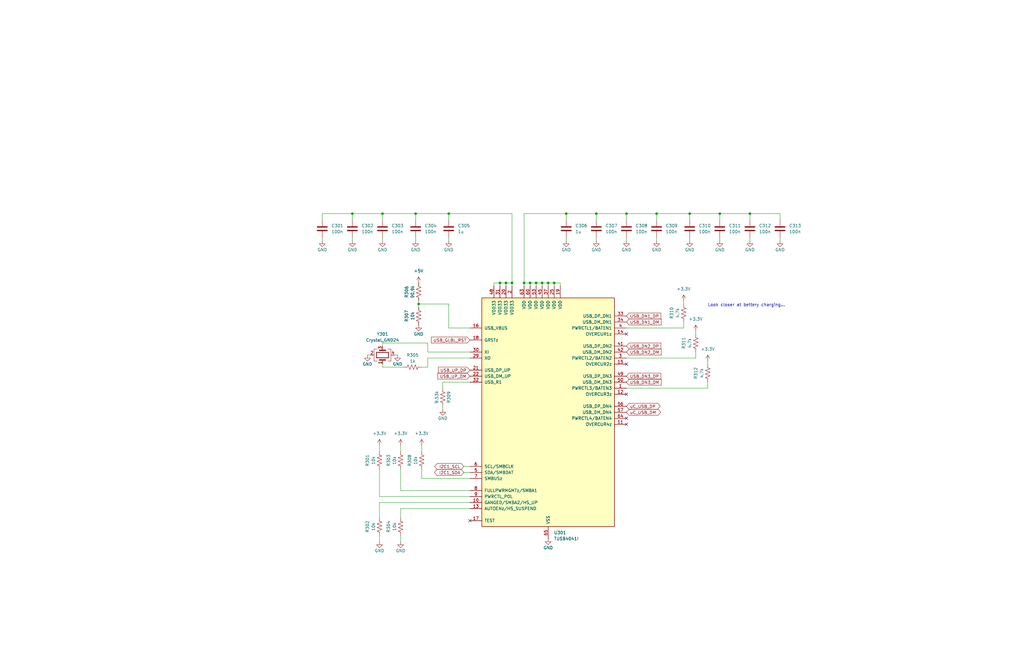
<source format=kicad_sch>
(kicad_sch (version 20230121) (generator eeschema)
  (paper "USLedger")
  (title_block (title "ErgoDUE") (date "2024-01-15") (rev "V0.1") (company "Alessandro Rizzoni") (comment 1 "SCHEMATIC") (comment 2 "DRAFT") (comment 3 "AIR"))
  (lib_symbols
    (symbol "Device:C" (pin_numbers hide) (pin_names (offset 0.254))
      (property "Reference" "C" (at 0.635 2.54 0))
      (property "Value" "C" (at 0.635 -2.54 0))
      (symbol "C_0_1"
        (polyline (pts (xy -2.032 -0.762) (xy 2.032 -0.762)) (stroke (width 0.508)))
        (polyline (pts (xy -2.032 0.762) (xy 2.032 0.762)) (stroke (width 0.508)))
      )
      (symbol "C_1_1"
        (pin passive line (at 0 3.81 270) (length 2.794) (name "~") (number "1"))
        (pin passive line (at 0 -3.81 90) (length 2.794) (name "~") (number "2"))
      )
    )
    (symbol "Device:Crystal_GND24" (pin_names (offset 1.016) hide)
      (property "Reference" "Y" (at 3.175 5.08 0))
      (property "Value" "Crystal_GND24" (at 3.175 3.175 0))
      (symbol "Crystal_GND24_0_1"
        (rectangle (start -1.143 2.54) (end 1.143 -2.54) (stroke (width 0.3048)))
        (polyline (pts (xy -2.54 0) (xy -2.032 0)))
        (polyline (pts (xy -2.032 -1.27) (xy -2.032 1.27)) (stroke (width 0.508)))
        (polyline (pts (xy 0 -3.81) (xy 0 -3.556)))
        (polyline (pts (xy 0 3.556) (xy 0 3.81)))
        (polyline (pts (xy 2.032 -1.27) (xy 2.032 1.27)) (stroke (width 0.508)))
        (polyline (pts (xy 2.032 0) (xy 2.54 0)))
        (polyline (pts (xy -2.54 -2.286) (xy -2.54 -3.556) (xy 2.54 -3.556) (xy 2.54 -2.286)))
        (polyline (pts (xy -2.54 2.286) (xy -2.54 3.556) (xy 2.54 3.556) (xy 2.54 2.286)))
      )
      (symbol "Crystal_GND24_1_1"
        (pin passive line (at -3.81 0 0) (length 1.27) (name "1") (number "1"))
        (pin passive line (at 0 5.08 270) (length 1.27) (name "2") (number "2"))
        (pin passive line (at 3.81 0 180) (length 1.27) (name "3") (number "3"))
        (pin passive line (at 0 -5.08 90) (length 1.27) (name "4") (number "4"))
      )
    )
    (symbol "Device:R_US" (pin_numbers hide) (pin_names (offset 0))
      (property "Reference" "R" (at 2.54 0 90))
      (property "Value" "R_US" (at -2.54 0 90))
      (symbol "R_US_0_1"
        (polyline (pts (xy 0 -2.286) (xy 0 -2.54)))
        (polyline (pts (xy 0 2.286) (xy 0 2.54)))
        (polyline (pts (xy 0 -0.762) (xy 1.016 -1.143) (xy 0 -1.524) (xy -1.016 -1.905) (xy 0 -2.286)))
        (polyline (pts (xy 0 0.762) (xy 1.016 0.381) (xy 0 0) (xy -1.016 -0.381) (xy 0 -0.762)))
        (polyline (pts (xy 0 2.286) (xy 1.016 1.905) (xy 0 1.524) (xy -1.016 1.143) (xy 0 0.762)))
      )
      (symbol "R_US_1_1"
        (pin passive line (at 0 3.81 270) (length 1.27) (name "~") (number "1"))
        (pin passive line (at 0 -3.81 90) (length 1.27) (name "~") (number "2"))
      )
    )
    (symbol "Interface_USB:TUSB4041I" (pin_names (offset 1.016))
      (property "Reference" "U" (at 15.24 53.34 0))
      (property "Value" "TUSB4041I" (at 15.24 50.8 0))
      (symbol "TUSB4041I_0_1"
        (rectangle (start -27.94 48.26) (end 27.94 -48.26) (stroke (width 0.254)) (fill (type background)))
      )
      (symbol "TUSB4041I_1_1"
        (pin bidirectional line (at 33.02 10.16 180) (length 5.08) (name "PWRCTL3/BATEN3") (number "1"))
        (pin bidirectional line (at -33.02 -38.1 0) (length 5.08) (name "GANGED/SMBA2/HS_UP") (number "10"))
        (pin input line (at 33.02 -5.08 180) (length 5.08) (name "OVERCUR4z") (number "11"))
        (pin input line (at 33.02 7.62 180) (length 5.08) (name "OVERCUR3z") (number "12"))
        (pin bidirectional line (at -33.02 -40.64 0) (length 5.08) (name "AUTOENz/HS_SUSPEND") (number "13"))
        (pin input line (at 33.02 33.02 180) (length 5.08) (name "OVERCUR1z") (number "14"))
        (pin input line (at 33.02 20.32 180) (length 5.08) (name "OVERCUR2z") (number "15"))
        (pin input line (at -33.02 35.56 0) (length 5.08) (name "USB_VBUS") (number "16"))
        (pin input line (at -33.02 -45.72 0) (length 5.08) (name "TEST") (number "17"))
        (pin input line (at -33.02 30.48 0) (length 5.08) (name "GRSTz") (number "18"))
        (pin power_in line (at 5.08 53.34 270) (length 5.08) (name "VDD") (number "19"))
        (pin power_in line (at -15.24 53.34 270) (length 5.08) (name "VDD33") (number "2"))
        (pin power_in line (at -17.78 53.34 270) (length 5.08) (name "VDD33") (number "20"))
        (pin bidirectional line (at -33.02 17.78 0) (length 5.08) (name "USB_DP_UP") (number "21"))
        (pin bidirectional line (at -33.02 15.24 0) (length 5.08) (name "USB_DM_UP") (number "22"))
        (pin no_connect line (at 27.94 -17.78 180) (length 5.08) hide (name "RSVD") (number "23"))
        (pin no_connect line (at 27.94 -20.32 180) (length 5.08) hide (name "RSVD") (number "24"))
        (pin power_in line (at 2.54 53.34 270) (length 5.08) (name "VDD") (number "25"))
        (pin no_connect line (at 27.94 -22.86 180) (length 5.08) hide (name "RSVD") (number "26"))
        (pin no_connect line (at 27.94 -25.4 180) (length 5.08) hide (name "RSVD") (number "27"))
        (pin no_connect line (at 27.94 -43.18 180) (length 5.08) hide (name "NC") (number "28"))
        (pin output line (at -33.02 22.86 0) (length 5.08) (name "XO") (number "29"))
        (pin bidirectional line (at 33.02 22.86 180) (length 5.08) (name "PWRCTL2/BATEN2") (number "3"))
        (pin input line (at -33.02 25.4 0) (length 5.08) (name "XI") (number "30"))
        (pin power_in line (at -20.32 53.34 270) (length 5.08) (name "VDD33") (number "31"))
        (pin input line (at -33.02 12.7 0) (length 5.08) (name "USB_R1") (number "32"))
        (pin bidirectional line (at 33.02 40.64 180) (length 5.08) (name "USB_DP_DN1") (number "33"))
        (pin bidirectional line (at 33.02 38.1 180) (length 5.08) (name "USB_DM_DN1") (number "34"))
        (pin no_connect line (at 27.94 -27.94 180) (length 5.08) hide (name "RSVD") (number "35"))
        (pin no_connect line (at 27.94 -30.48 180) (length 5.08) hide (name "RSVD") (number "36"))
        (pin power_in line (at 0 53.34 270) (length 5.08) (name "VDD") (number "37"))
        (pin no_connect line (at 27.94 -33.02 180) (length 5.08) hide (name "RSVD") (number "38"))
        (pin no_connect line (at 27.94 -35.56 180) (length 5.08) hide (name "RSVD") (number "39"))
        (pin bidirectional line (at 33.02 35.56 180) (length 5.08) (name "PWRCTL1/BATEN1") (number "4"))
        (pin no_connect line (at 27.94 -45.72 180) (length 5.08) hide (name "NC") (number "40"))
        (pin bidirectional line (at 33.02 27.94 180) (length 5.08) (name "USB_DP_DN2") (number "41"))
        (pin bidirectional line (at 33.02 25.4 180) (length 5.08) (name "USB_DM_DN2") (number "42"))
        (pin no_connect line (at 27.94 -38.1 180) (length 5.08) hide (name "RSVD") (number "43"))
        (pin no_connect line (at -27.94 7.62 0) (length 5.08) hide (name "RSVD") (number "44"))
        (pin power_in line (at -2.54 53.34 270) (length 5.08) (name "VDD") (number "45"))
        (pin no_connect line (at -27.94 5.08 0) (length 5.08) hide (name "RSVD") (number "46"))
        (pin no_connect line (at -27.94 2.54 0) (length 5.08) hide (name "RSVD") (number "47"))
        (pin power_in line (at -22.86 53.34 270) (length 5.08) (name "VDD33") (number "48"))
        (pin bidirectional line (at 33.02 15.24 180) (length 5.08) (name "USB_DP_DN3") (number "49"))
        (pin bidirectional line (at -33.02 -25.4 0) (length 5.08) (name "SDA/SMBDAT") (number "5"))
        (pin bidirectional line (at 33.02 12.7 180) (length 5.08) (name "USB_DM_DN3") (number "50"))
        (pin no_connect line (at -27.94 0 0) (length 5.08) hide (name "RSVD") (number "51"))
        (pin no_connect line (at -27.94 -2.54 0) (length 5.08) hide (name "RSVD") (number "52"))
        (pin power_in line (at -5.08 53.34 270) (length 5.08) (name "VDD") (number "53"))
        (pin no_connect line (at -27.94 -5.08 0) (length 5.08) hide (name "RSVD") (number "54"))
        (pin no_connect line (at -27.94 -7.62 0) (length 5.08) hide (name "RSVD") (number "55"))
        (pin bidirectional line (at 33.02 2.54 180) (length 5.08) (name "USB_DP_DN4") (number "56"))
        (pin bidirectional line (at 33.02 0 180) (length 5.08) (name "USB_DM_DN4") (number "57"))
        (pin no_connect line (at -27.94 -10.16 0) (length 5.08) hide (name "RSVD") (number "58"))
        (pin no_connect line (at -27.94 -12.7 0) (length 5.08) hide (name "RSVD") (number "59"))
        (pin bidirectional line (at -33.02 -22.86 0) (length 5.08) (name "SCL/SMBCLK") (number "6"))
        (pin power_in line (at -7.62 53.34 270) (length 5.08) (name "VDD") (number "60"))
        (pin no_connect line (at -27.94 -15.24 0) (length 5.08) hide (name "RSVD") (number "61"))
        (pin no_connect line (at -27.94 -17.78 0) (length 5.08) hide (name "RSVD") (number "62"))
        (pin power_in line (at -10.16 53.34 270) (length 5.08) (name "VDD") (number "63"))
        (pin bidirectional line (at 33.02 -2.54 180) (length 5.08) (name "PWRCTL4/BATEN4") (number "64"))
        (pin power_in line (at 0 -53.34 90) (length 5.08) (name "VSS") (number "65"))
        (pin bidirectional line (at -33.02 -27.94 0) (length 5.08) (name "SMBUSz") (number "7"))
        (pin bidirectional line (at -33.02 -33.02 0) (length 5.08) (name "FULLPWRMGMTz/SMBA1") (number "8"))
        (pin bidirectional line (at -33.02 -35.56 0) (length 5.08) (name "PWRCTL_POL") (number "9"))
      )
    )
    (symbol "power:+3.3V" (power) (pin_names (offset 0))
      (property "Value" "+3.3V" (at 0 3.556 0))
      (symbol "+3.3V_0_1"
        (polyline (pts (xy -0.762 1.27) (xy 0 2.54)))
        (polyline (pts (xy 0 0) (xy 0 2.54)))
        (polyline (pts (xy 0 2.54) (xy 0.762 1.27)))
      )
      (symbol "+3.3V_1_1"
        (pin power_in line (at 0 0 90) (length 0) hide (name "+3.3V") (number "1"))
      )
    )
    (symbol "power:+5V" (power) (pin_names (offset 0))
      (property "Value" "+5V" (at 0 3.556 0))
      (symbol "+5V_0_1"
        (polyline (pts (xy -0.762 1.27) (xy 0 2.54)))
        (polyline (pts (xy 0 0) (xy 0 2.54)))
        (polyline (pts (xy 0 2.54) (xy 0.762 1.27)))
      )
      (symbol "+5V_1_1"
        (pin power_in line (at 0 0 90) (length 0) hide (name "+5V") (number "1"))
      )
    )
    (symbol "power:GND" (power) (pin_names (offset 0))
      (property "Value" "GND" (at 0 -3.81 0))
      (symbol "GND_0_1"
        (polyline (pts (xy 0 0) (xy 0 -1.27) (xy 1.27 -1.27) (xy 0 -2.54) (xy -1.27 -1.27) (xy 0 -1.27)))
      )
      (symbol "GND_1_1"
        (pin power_in line (at 0 0 270) (length 0) hide (name "GND") (number "1"))
      )
    )
  )
  (junction (at 316.23 90.17))
  (junction (at 276.86 90.17))
  (junction (at 213.36 119.38))
  (junction (at 251.46 90.17))
  (junction (at 226.06 119.38))
  (junction (at 148.59 90.17))
  (junction (at 220.98 119.38))
  (junction (at 233.68 119.38))
  (junction (at 175.26 90.17))
  (junction (at 228.6 119.38))
  (junction (at 231.14 119.38))
  (junction (at 290.83 90.17))
  (junction (at 176.53 128.27))
  (junction (at 189.23 90.17))
  (junction (at 264.16 90.17))
  (junction (at 215.9 119.38))
  (junction (at 223.52 119.38))
  (junction (at 210.82 119.38))
  (junction (at 161.29 90.17))
  (junction (at 238.76 90.17))
  (junction (at 303.53 90.17))
  (no_connect (at 264.16 179.07))
  (no_connect (at 264.16 153.67))
  (no_connect (at 264.16 140.97))
  (no_connect (at 264.16 166.37))
  (no_connect (at 198.12 219.71))
  (no_connect (at 264.16 176.53))
  (wire (pts (xy 238.76 92.71) (xy 238.76 90.17)))
  (wire (pts (xy 316.23 90.17) (xy 328.93 90.17)))
  (wire (pts (xy 303.53 90.17) (xy 303.53 92.71)))
  (wire (pts (xy 288.29 135.89) (xy 288.29 138.43)))
  (wire (pts (xy 148.59 90.17) (xy 161.29 90.17)))
  (wire (pts (xy 236.22 119.38) (xy 233.68 119.38)))
  (wire (pts (xy 226.06 119.38) (xy 226.06 120.65)))
  (wire (pts (xy 160.02 226.06) (xy 160.02 228.6)))
  (wire (pts (xy 328.93 90.17) (xy 328.93 92.71)))
  (wire (pts (xy 264.16 138.43) (xy 288.29 138.43)))
  (wire (pts (xy 180.34 148.59) (xy 198.12 148.59)))
  (wire (pts (xy 177.8 154.94) (xy 180.34 154.94)))
  (wire (pts (xy 161.29 144.78) (xy 161.29 146.05)))
  (wire (pts (xy 198.12 196.85) (xy 195.58 196.85)))
  (wire (pts (xy 176.53 127) (xy 176.53 128.27)))
  (wire (pts (xy 213.36 119.38) (xy 213.36 120.65)))
  (wire (pts (xy 233.68 119.38) (xy 233.68 120.65)))
  (wire (pts (xy 293.37 139.7) (xy 293.37 140.97)))
  (wire (pts (xy 161.29 90.17) (xy 161.29 92.71)))
  (wire (pts (xy 166.37 149.86) (xy 167.64 149.86)))
  (wire (pts (xy 135.89 90.17) (xy 135.89 92.71)))
  (wire (pts (xy 168.91 226.06) (xy 168.91 228.6)))
  (wire (pts (xy 186.69 161.29) (xy 198.12 161.29)))
  (wire (pts (xy 156.21 149.86) (xy 154.94 149.86)))
  (wire (pts (xy 316.23 100.33) (xy 316.23 101.6)))
  (wire (pts (xy 175.26 100.33) (xy 175.26 101.6)))
  (wire (pts (xy 186.69 161.29) (xy 186.69 163.83)))
  (wire (pts (xy 175.26 92.71) (xy 175.26 90.17)))
  (wire (pts (xy 223.52 119.38) (xy 220.98 119.38)))
  (wire (pts (xy 210.82 119.38) (xy 208.28 119.38)))
  (wire (pts (xy 189.23 90.17) (xy 215.9 90.17)))
  (wire (pts (xy 180.34 151.13) (xy 198.12 151.13)))
  (wire (pts (xy 176.53 128.27) (xy 176.53 129.54)))
  (wire (pts (xy 264.16 151.13) (xy 293.37 151.13)))
  (wire (pts (xy 189.23 92.71) (xy 189.23 90.17)))
  (wire (pts (xy 161.29 100.33) (xy 161.29 101.6)))
  (wire (pts (xy 148.59 100.33) (xy 148.59 101.6)))
  (wire (pts (xy 236.22 119.38) (xy 236.22 120.65)))
  (wire (pts (xy 160.02 187.96) (xy 160.02 190.5)))
  (wire (pts (xy 198.12 199.39) (xy 195.58 199.39)))
  (wire (pts (xy 168.91 207.01) (xy 198.12 207.01)))
  (wire (pts (xy 168.91 198.12) (xy 168.91 207.01)))
  (wire (pts (xy 208.28 119.38) (xy 208.28 120.65)))
  (wire (pts (xy 226.06 119.38) (xy 223.52 119.38)))
  (wire (pts (xy 148.59 90.17) (xy 148.59 92.71)))
  (wire (pts (xy 135.89 90.17) (xy 148.59 90.17)))
  (wire (pts (xy 276.86 90.17) (xy 290.83 90.17)))
  (wire (pts (xy 160.02 212.09) (xy 160.02 218.44)))
  (wire (pts (xy 328.93 100.33) (xy 328.93 101.6)))
  (wire (pts (xy 189.23 128.27) (xy 189.23 138.43)))
  (wire (pts (xy 264.16 90.17) (xy 276.86 90.17)))
  (wire (pts (xy 189.23 138.43) (xy 198.12 138.43)))
  (wire (pts (xy 293.37 148.59) (xy 293.37 151.13)))
  (wire (pts (xy 198.12 201.93) (xy 177.8 201.93)))
  (wire (pts (xy 180.34 154.94) (xy 180.34 151.13)))
  (wire (pts (xy 251.46 100.33) (xy 251.46 101.6)))
  (wire (pts (xy 215.9 119.38) (xy 213.36 119.38)))
  (wire (pts (xy 264.16 100.33) (xy 264.16 101.6)))
  (wire (pts (xy 198.12 212.09) (xy 160.02 212.09)))
  (wire (pts (xy 220.98 119.38) (xy 220.98 120.65)))
  (wire (pts (xy 161.29 154.94) (xy 170.18 154.94)))
  (wire (pts (xy 231.14 119.38) (xy 228.6 119.38)))
  (wire (pts (xy 264.16 90.17) (xy 264.16 92.71)))
  (wire (pts (xy 213.36 119.38) (xy 210.82 119.38)))
  (wire (pts (xy 276.86 100.33) (xy 276.86 101.6)))
  (wire (pts (xy 298.45 161.29) (xy 298.45 163.83)))
  (wire (pts (xy 276.86 90.17) (xy 276.86 92.71)))
  (wire (pts (xy 180.34 144.78) (xy 180.34 148.59)))
  (wire (pts (xy 220.98 119.38) (xy 220.98 90.17)))
  (wire (pts (xy 215.9 90.17) (xy 215.9 119.38)))
  (wire (pts (xy 215.9 119.38) (xy 215.9 120.65)))
  (wire (pts (xy 176.53 128.27) (xy 189.23 128.27)))
  (wire (pts (xy 233.68 119.38) (xy 231.14 119.38)))
  (wire (pts (xy 177.8 198.12) (xy 177.8 201.93)))
  (wire (pts (xy 290.83 90.17) (xy 303.53 90.17)))
  (wire (pts (xy 238.76 100.33) (xy 238.76 101.6)))
  (wire (pts (xy 228.6 119.38) (xy 228.6 120.65)))
  (wire (pts (xy 231.14 119.38) (xy 231.14 120.65)))
  (wire (pts (xy 210.82 119.38) (xy 210.82 120.65)))
  (wire (pts (xy 177.8 187.96) (xy 177.8 190.5)))
  (wire (pts (xy 161.29 144.78) (xy 180.34 144.78)))
  (wire (pts (xy 251.46 90.17) (xy 251.46 92.71)))
  (wire (pts (xy 168.91 214.63) (xy 168.91 218.44)))
  (wire (pts (xy 168.91 187.96) (xy 168.91 190.5)))
  (wire (pts (xy 290.83 92.71) (xy 290.83 90.17)))
  (wire (pts (xy 251.46 90.17) (xy 264.16 90.17)))
  (wire (pts (xy 298.45 152.4) (xy 298.45 153.67)))
  (wire (pts (xy 161.29 153.67) (xy 161.29 154.94)))
  (wire (pts (xy 186.69 172.72) (xy 186.69 171.45)))
  (wire (pts (xy 290.83 100.33) (xy 290.83 101.6)))
  (wire (pts (xy 288.29 127) (xy 288.29 128.27)))
  (wire (pts (xy 303.53 100.33) (xy 303.53 101.6)))
  (wire (pts (xy 264.16 163.83) (xy 298.45 163.83)))
  (wire (pts (xy 161.29 90.17) (xy 175.26 90.17)))
  (wire (pts (xy 223.52 119.38) (xy 223.52 120.65)))
  (wire (pts (xy 238.76 90.17) (xy 251.46 90.17)))
  (wire (pts (xy 303.53 90.17) (xy 316.23 90.17)))
  (wire (pts (xy 198.12 209.55) (xy 160.02 209.55)))
  (wire (pts (xy 228.6 119.38) (xy 226.06 119.38)))
  (wire (pts (xy 316.23 90.17) (xy 316.23 92.71)))
  (wire (pts (xy 135.89 100.33) (xy 135.89 101.6)))
  (wire (pts (xy 220.98 90.17) (xy 238.76 90.17)))
  (wire (pts (xy 175.26 90.17) (xy 189.23 90.17)))
  (wire (pts (xy 160.02 209.55) (xy 160.02 198.12)))
  (wire (pts (xy 198.12 214.63) (xy 168.91 214.63)))
  (wire (pts (xy 189.23 100.33) (xy 189.23 101.6)))
  (text "Look closer at bettery charging..." (at 298.45 129.54 0) (effects (font (size 1.27 1.27)) (justify left bottom)))
  (global_label "USB_DN1_DM" (shape input) (at 264.16 135.89 0) (property "Intersheetrefs" "${INTERSHEET_REFS}" (effects hide)))
  (global_label "USB_GLBL_RST" (shape input) (at 198.12 143.51 180) (property "Intersheetrefs" "${INTERSHEET_REFS}" (effects hide)))
  (global_label "uC_USB_DM" (shape bidirectional) (at 264.16 173.99 0) (property "Intersheetrefs" "${INTERSHEET_REFS}" (effects hide)))
  (global_label "USB_DN1_DP" (shape input) (at 264.16 133.35 0) (property "Intersheetrefs" "${INTERSHEET_REFS}" (effects hide)))
  (global_label "USB_DN3_DP" (shape input) (at 264.16 158.75 0) (property "Intersheetrefs" "${INTERSHEET_REFS}" (effects hide)))
  (global_label "USB_UP_DM" (shape input) (at 198.12 158.75 180) (property "Intersheetrefs" "${INTERSHEET_REFS}" (effects hide)))
  (global_label "USB_DN3_DM" (shape input) (at 264.16 161.29 0) (property "Intersheetrefs" "${INTERSHEET_REFS}" (effects hide)))
  (global_label "I2C1_SDA" (shape bidirectional) (at 195.58 199.39 180) (property "Intersheetrefs" "${INTERSHEET_REFS}" (effects hide)))
  (global_label "USB_DN2_DM" (shape input) (at 264.16 148.59 0) (property "Intersheetrefs" "${INTERSHEET_REFS}" (effects hide)))
  (global_label "USB_UP_DP" (shape input) (at 198.12 156.21 180) (property "Intersheetrefs" "${INTERSHEET_REFS}" (effects hide)))
  (global_label "USB_DN2_DP" (shape input) (at 264.16 146.05 0) (property "Intersheetrefs" "${INTERSHEET_REFS}" (effects hide)))
  (global_label "uC_USB_DP" (shape bidirectional) (at 264.16 171.45 0) (property "Intersheetrefs" "${INTERSHEET_REFS}" (effects hide)))
  (global_label "I2C1_SCL" (shape bidirectional) (at 195.58 196.85 180) (property "Intersheetrefs" "${INTERSHEET_REFS}" (effects hide)))
  (symbol (lib_id "Device:C") (at 161.29 96.52 0) (unit 1)
    (property "Reference" "C303" (at 165.1 95.25 0) (effects (justify left)))
    (property "Value" "100n" (at 165.1 97.79 0) (effects (justify left)))
  )
  (symbol (lib_id "power:GND") (at 290.83 101.6 0) (unit 1)
    (property "Reference" "#PWR0324" (effects hide))
    (property "Value" "GND" (at 290.83 105.41 0))
  )
  (symbol (lib_id "power:GND") (at 160.02 228.6 0) (unit 1)
    (property "Reference" "#PWR0305" (effects hide))
    (property "Value" "GND" (at 160.02 232.41 0))
  )
  (symbol (lib_id "Device:R_US") (at 288.29 132.08 180) (unit 1)
    (property "Reference" "R310" (at 283.21 132.08 90))
    (property "Value" "4.7k" (at 285.75 132.08 90))
  )
  (symbol (lib_id "power:GND") (at 148.59 101.6 0) (unit 1)
    (property "Reference" "#PWR0302" (effects hide))
    (property "Value" "GND" (at 148.59 105.41 0))
  )
  (symbol (lib_id "power:GND") (at 303.53 101.6 0) (unit 1)
    (property "Reference" "#PWR0325" (effects hide))
    (property "Value" "GND" (at 303.53 105.41 0))
  )
  (symbol (lib_id "power:GND") (at 251.46 101.6 0) (unit 1)
    (property "Reference" "#PWR0318" (effects hide))
    (property "Value" "GND" (at 251.46 105.41 0))
  )
  (symbol (lib_id "Device:C") (at 290.83 96.52 0) (unit 1)
    (property "Reference" "C310" (at 294.64 95.25 0) (effects (justify left)))
    (property "Value" "100n" (at 294.64 97.79 0) (effects (justify left)))
  )
  (symbol (lib_id "Device:R_US") (at 298.45 157.48 180) (unit 1)
    (property "Reference" "R312" (at 293.37 157.48 90))
    (property "Value" "4.7k" (at 295.91 157.48 90))
  )
  (symbol (lib_id "Device:C") (at 316.23 96.52 0) (unit 1)
    (property "Reference" "C312" (at 320.04 95.25 0) (effects (justify left)))
    (property "Value" "100n" (at 320.04 97.79 0) (effects (justify left)))
  )
  (symbol (lib_id "Device:C") (at 264.16 96.52 0) (unit 1)
    (property "Reference" "C308" (at 267.97 95.25 0) (effects (justify left)))
    (property "Value" "100n" (at 267.97 97.79 0) (effects (justify left)))
  )
  (symbol (lib_id "power:GND") (at 167.64 149.86 0) (unit 1)
    (property "Reference" "#PWR0307" (effects hide))
    (property "Value" "GND" (at 167.64 153.67 0))
  )
  (symbol (lib_id "power:GND") (at 231.14 227.33 0) (unit 1)
    (property "Reference" "#PWR0316" (effects hide))
    (property "Value" "GND" (at 231.14 231.14 0))
  )
  (symbol (lib_id "Device:R_US") (at 160.02 222.25 180) (unit 1)
    (property "Reference" "R302" (at 154.94 222.25 90))
    (property "Value" "10k" (at 157.48 222.25 90))
  )
  (symbol (lib_id "Device:C") (at 135.89 96.52 0) (unit 1)
    (property "Reference" "C301" (at 139.7 95.25 0) (effects (justify left)))
    (property "Value" "100n" (at 139.7 97.79 0) (effects (justify left)))
  )
  (symbol (lib_id "Interface_USB:TUSB4041I") (at 231.14 173.99 0) (unit 1)
    (property "Reference" "U301" (at 233.5825 224.79 0) (effects (justify left)))
    (property "Value" "TUSB4041I" (at 233.5825 227.33 0) (effects (justify left)))
    (property "Footprint" "Package_QFP:HTQFP-64-1EP_10x10mm_P0.5mm_EP8x8mm_Mask4.4x4.4mm_ThermalVias" (effects hide))
    (property "Datasheet" "http://www.ti.com/lit/ds/symlink/tusb4041i.pdf" (effects hide))
  )
  (symbol (lib_id "power:+3.3V") (at 288.29 127 0) (unit 1)
    (property "Reference" "#PWR0321" (effects hide))
    (property "Value" "+3.3V" (at 288.29 121.92 0))
  )
  (symbol (lib_id "Device:R_US") (at 168.91 194.31 180) (unit 1)
    (property "Reference" "R303" (at 163.83 194.31 90))
    (property "Value" "10k" (at 166.37 194.31 90))
  )
  (symbol (lib_id "power:GND") (at 276.86 101.6 0) (unit 1)
    (property "Reference" "#PWR0320" (effects hide))
    (property "Value" "GND" (at 276.86 105.41 0))
  )
  (symbol (lib_id "Device:C") (at 251.46 96.52 0) (unit 1)
    (property "Reference" "C307" (at 255.27 95.25 0) (effects (justify left)))
    (property "Value" "100n" (at 255.27 97.79 0) (effects (justify left)))
  )
  (symbol (lib_id "Device:C") (at 328.93 96.52 0) (unit 1)
    (property "Reference" "C313" (at 332.74 95.25 0) (effects (justify left)))
    (property "Value" "100n" (at 332.74 97.79 0) (effects (justify left)))
  )
  (symbol (lib_id "Device:R_US") (at 186.69 167.64 180) (unit 1)
    (property "Reference" "R309" (at 189.23 167.64 90))
    (property "Value" "9.53k" (at 184.15 167.64 90))
  )
  (symbol (lib_id "Device:C") (at 303.53 96.52 0) (unit 1)
    (property "Reference" "C311" (at 307.34 95.25 0) (effects (justify left)))
    (property "Value" "100n" (at 307.34 97.79 0) (effects (justify left)))
  )
  (symbol (lib_id "power:GND") (at 168.91 228.6 0) (unit 1)
    (property "Reference" "#PWR0309" (effects hide))
    (property "Value" "GND" (at 168.91 232.41 0))
  )
  (symbol (lib_id "Device:R_US") (at 176.53 123.19 180) (unit 1)
    (property "Reference" "R306" (at 171.45 123.19 90))
    (property "Value" "90.9k" (at 173.99 123.19 90))
  )
  (symbol (lib_id "Device:C") (at 189.23 96.52 0) (unit 1)
    (property "Reference" "C305" (at 193.04 95.25 0) (effects (justify left)))
    (property "Value" "1u" (at 193.04 97.79 0) (effects (justify left)))
  )
  (symbol (lib_id "Device:R_US") (at 173.99 154.94 90) (unit 1)
    (property "Reference" "R305" (at 173.99 149.86 90))
    (property "Value" "1k" (at 173.99 152.4 90))
  )
  (symbol (lib_id "power:GND") (at 189.23 101.6 0) (unit 1)
    (property "Reference" "#PWR0315" (effects hide))
    (property "Value" "GND" (at 189.23 105.41 0))
  )
  (symbol (lib_id "Device:C") (at 238.76 96.52 0) (unit 1)
    (property "Reference" "C306" (at 242.57 95.25 0) (effects (justify left)))
    (property "Value" "1u" (at 242.57 97.79 0) (effects (justify left)))
  )
  (symbol (lib_id "Device:Crystal_GND24") (at 161.29 149.86 90) (unit 1)
    (property "Reference" "Y301" (at 161.29 140.97 90))
    (property "Value" "Crystal_GND24" (at 161.29 143.51 90))
  )
  (symbol (lib_id "power:GND") (at 176.53 137.16 0) (unit 1)
    (property "Reference" "#PWR0312" (effects hide))
    (property "Value" "GND" (at 176.53 140.97 0))
  )
  (symbol (lib_id "power:+5V") (at 176.53 119.38 0) (unit 1)
    (property "Reference" "#PWR0311" (effects hide))
    (property "Value" "+5V" (at 176.53 114.3 0))
  )
  (symbol (lib_id "power:GND") (at 154.94 149.86 0) (unit 1)
    (property "Reference" "#PWR0303" (effects hide))
    (property "Value" "GND" (at 154.94 153.67 0))
  )
  (symbol (lib_id "Device:R_US") (at 160.02 194.31 180) (unit 1)
    (property "Reference" "R301" (at 154.94 194.31 90))
    (property "Value" "10k" (at 157.48 194.31 90))
  )
  (symbol (lib_id "power:+3.3V") (at 177.8 187.96 0) (unit 1)
    (property "Reference" "#PWR0313" (effects hide))
    (property "Value" "+3.3V" (at 177.8 182.88 0))
  )
  (symbol (lib_id "Device:C") (at 148.59 96.52 0) (unit 1)
    (property "Reference" "C302" (at 152.4 95.25 0) (effects (justify left)))
    (property "Value" "100n" (at 152.4 97.79 0) (effects (justify left)))
  )
  (symbol (lib_id "power:+3.3V") (at 160.02 187.96 0) (unit 1)
    (property "Reference" "#PWR0304" (effects hide))
    (property "Value" "+3.3V" (at 160.02 182.88 0))
  )
  (symbol (lib_id "power:GND") (at 135.89 101.6 0) (unit 1)
    (property "Reference" "#PWR0301" (effects hide))
    (property "Value" "GND" (at 135.89 105.41 0))
  )
  (symbol (lib_id "power:GND") (at 186.69 172.72 0) (unit 1)
    (property "Reference" "#PWR0314" (effects hide))
    (property "Value" "GND" (at 186.69 176.53 0))
  )
  (symbol (lib_id "Device:R_US") (at 168.91 222.25 180) (unit 1)
    (property "Reference" "R304" (at 163.83 222.25 90))
    (property "Value" "10k" (at 166.37 222.25 90))
  )
  (symbol (lib_id "power:GND") (at 238.76 101.6 0) (unit 1)
    (property "Reference" "#PWR0317" (effects hide))
    (property "Value" "GND" (at 238.76 105.41 0))
  )
  (symbol (lib_id "power:+3.3V") (at 168.91 187.96 0) (unit 1)
    (property "Reference" "#PWR0308" (effects hide))
    (property "Value" "+3.3V" (at 168.91 182.88 0))
  )
  (symbol (lib_id "Device:R_US") (at 176.53 133.35 180) (unit 1)
    (property "Reference" "R307" (at 171.45 133.35 90))
    (property "Value" "10k" (at 173.99 133.35 90))
  )
  (symbol (lib_id "power:GND") (at 264.16 101.6 0) (unit 1)
    (property "Reference" "#PWR0319" (effects hide))
    (property "Value" "GND" (at 264.16 105.41 0))
  )
  (symbol (lib_id "Device:R_US") (at 293.37 144.78 180) (unit 1)
    (property "Reference" "R311" (at 288.29 144.78 90))
    (property "Value" "4.7k" (at 290.83 144.78 90))
  )
  (symbol (lib_id "power:+3.3V") (at 293.37 139.7 0) (unit 1)
    (property "Reference" "#PWR0322" (effects hide))
    (property "Value" "+3.3V" (at 293.37 134.62 0))
  )
  (symbol (lib_id "power:GND") (at 328.93 101.6 0) (unit 1)
    (property "Reference" "#PWR0327" (effects hide))
    (property "Value" "GND" (at 328.93 105.41 0))
  )
  (symbol (lib_id "power:+3.3V") (at 298.45 152.4 0) (unit 1)
    (property "Reference" "#PWR0323" (effects hide))
    (property "Value" "+3.3V" (at 298.45 147.32 0))
  )
  (symbol (lib_id "Device:R_US") (at 177.8 194.31 180) (unit 1)
    (property "Reference" "R308" (at 172.72 194.31 90))
    (property "Value" "10k" (at 175.26 194.31 90))
  )
  (symbol (lib_id "Device:C") (at 175.26 96.52 0) (unit 1)
    (property "Reference" "C304" (at 179.07 95.25 0) (effects (justify left)))
    (property "Value" "100n" (at 179.07 97.79 0) (effects (justify left)))
  )
  (symbol (lib_id "power:GND") (at 316.23 101.6 0) (unit 1)
    (property "Reference" "#PWR0326" (effects hide))
    (property "Value" "GND" (at 316.23 105.41 0))
  )
  (symbol (lib_id "power:GND") (at 175.26 101.6 0) (unit 1)
    (property "Reference" "#PWR0310" (effects hide))
    (property "Value" "GND" (at 175.26 105.41 0))
  )
  (symbol (lib_id "Device:C") (at 276.86 96.52 0) (unit 1)
    (property "Reference" "C309" (at 280.67 95.25 0) (effects (justify left)))
    (property "Value" "100n" (at 280.67 97.79 0) (effects (justify left)))
  )
  (symbol (lib_id "power:GND") (at 161.29 101.6 0) (unit 1)
    (property "Reference" "#PWR0306" (effects hide))
    (property "Value" "GND" (at 161.29 105.41 0))
  )
)
</source>
